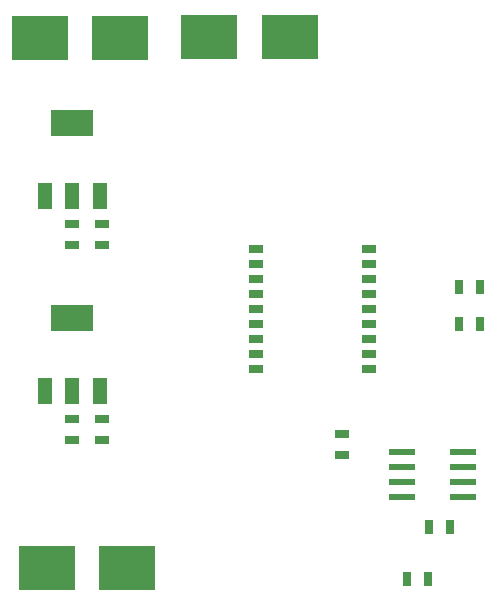
<source format=gtp>
G75*
%MOIN*%
%OFA0B0*%
%FSLAX25Y25*%
%IPPOS*%
%LPD*%
%AMOC8*
5,1,8,0,0,1.08239X$1,22.5*
%
%ADD10R,0.04724X0.03150*%
%ADD11R,0.03150X0.04724*%
%ADD12R,0.18504X0.14961*%
%ADD13R,0.04799X0.08799*%
%ADD14R,0.14173X0.08661*%
%ADD15R,0.08661X0.02362*%
%ADD16R,0.04500X0.03000*%
D10*
X0064350Y0160435D03*
X0064350Y0167522D03*
X0074350Y0167522D03*
X0074350Y0160435D03*
X0074350Y0225435D03*
X0074350Y0232522D03*
X0064350Y0232522D03*
X0064350Y0225435D03*
X0154350Y0162522D03*
X0154350Y0155435D03*
D11*
X0183306Y0131478D03*
X0190393Y0131478D03*
X0182893Y0113978D03*
X0175806Y0113978D03*
X0193306Y0198978D03*
X0200393Y0198978D03*
X0200393Y0211478D03*
X0193306Y0211478D03*
D12*
X0055964Y0117728D03*
X0082736Y0117728D03*
X0080236Y0294603D03*
X0053464Y0294603D03*
X0110026Y0294916D03*
X0136798Y0294916D03*
D13*
X0073448Y0241778D03*
X0064350Y0241778D03*
X0055251Y0241778D03*
X0055251Y0176778D03*
X0064350Y0176778D03*
X0073448Y0176778D03*
D14*
X0064350Y0201179D03*
X0064350Y0266179D03*
D15*
X0174113Y0156478D03*
X0174113Y0151478D03*
X0174113Y0146478D03*
X0174113Y0141478D03*
X0194586Y0141478D03*
X0194586Y0146478D03*
X0194586Y0151478D03*
X0194586Y0156478D03*
D16*
X0163200Y0183978D03*
X0163200Y0188978D03*
X0163200Y0193978D03*
X0163200Y0198978D03*
X0163200Y0203978D03*
X0163200Y0208978D03*
X0163200Y0213978D03*
X0163200Y0218978D03*
X0163200Y0223978D03*
X0125500Y0223978D03*
X0125500Y0218978D03*
X0125500Y0213978D03*
X0125500Y0208978D03*
X0125500Y0203978D03*
X0125500Y0198978D03*
X0125500Y0193978D03*
X0125500Y0188978D03*
X0125500Y0183978D03*
M02*

</source>
